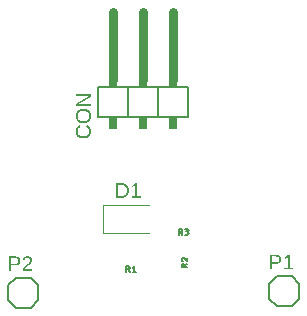
<source format=gbr>
G04 EAGLE Gerber RS-274X export*
G75*
%MOMM*%
%FSLAX34Y34*%
%LPD*%
%INSilkscreen Top*%
%IPPOS*%
%AMOC8*
5,1,8,0,0,1.08239X$1,22.5*%
G01*
G04 Define Apertures*
%ADD10C,0.152400*%
%ADD11C,0.762000*%
%ADD12R,0.762000X0.508000*%
%ADD13R,0.762000X1.016000*%
%ADD14C,0.120000*%
%ADD15C,0.127000*%
G36*
X117441Y172580D02*
X117905Y172614D01*
X118353Y172671D01*
X118786Y172750D01*
X119203Y172852D01*
X119606Y172977D01*
X119993Y173125D01*
X120365Y173295D01*
X120719Y173487D01*
X121052Y173700D01*
X121362Y173932D01*
X121652Y174185D01*
X121920Y174459D01*
X122166Y174753D01*
X122391Y175067D01*
X122594Y175402D01*
X122775Y175755D01*
X122932Y176124D01*
X123064Y176510D01*
X123173Y176911D01*
X123257Y177330D01*
X123317Y177764D01*
X123353Y178215D01*
X123365Y178682D01*
X123353Y179145D01*
X123316Y179592D01*
X123256Y180024D01*
X123170Y180440D01*
X123061Y180841D01*
X122927Y181226D01*
X122768Y181595D01*
X122586Y181949D01*
X122380Y182285D01*
X122154Y182600D01*
X121906Y182896D01*
X121638Y183172D01*
X121348Y183427D01*
X121037Y183662D01*
X120705Y183878D01*
X120352Y184073D01*
X119981Y184246D01*
X119595Y184396D01*
X119194Y184524D01*
X118778Y184628D01*
X118347Y184709D01*
X117900Y184767D01*
X117439Y184801D01*
X116963Y184813D01*
X116485Y184801D01*
X116023Y184767D01*
X115577Y184710D01*
X115147Y184630D01*
X114734Y184527D01*
X114337Y184401D01*
X113956Y184253D01*
X113591Y184081D01*
X113244Y183888D01*
X112919Y183675D01*
X112615Y183441D01*
X112333Y183187D01*
X112071Y182912D01*
X111831Y182617D01*
X111612Y182302D01*
X111414Y181966D01*
X111239Y181612D01*
X111087Y181243D01*
X110958Y180858D01*
X110853Y180458D01*
X110771Y180041D01*
X110712Y179610D01*
X110677Y179162D01*
X110665Y178699D01*
X110672Y178343D01*
X110691Y177997D01*
X110724Y177660D01*
X110770Y177334D01*
X110828Y177017D01*
X110900Y176710D01*
X110985Y176413D01*
X111082Y176126D01*
X111193Y175850D01*
X111317Y175582D01*
X111454Y175325D01*
X111604Y175078D01*
X111767Y174841D01*
X111943Y174614D01*
X112334Y174189D01*
X112771Y173809D01*
X113249Y173480D01*
X113503Y173334D01*
X113767Y173201D01*
X114041Y173081D01*
X114325Y172973D01*
X114620Y172878D01*
X114924Y172796D01*
X115239Y172727D01*
X115563Y172670D01*
X115898Y172625D01*
X116243Y172594D01*
X116598Y172575D01*
X116963Y172568D01*
X117441Y172580D01*
G37*
%LPC*%
G36*
X116394Y174286D02*
X115859Y174340D01*
X115355Y174430D01*
X114885Y174557D01*
X114447Y174719D01*
X114041Y174918D01*
X113668Y175153D01*
X113328Y175424D01*
X113024Y175728D01*
X112761Y176062D01*
X112538Y176426D01*
X112356Y176821D01*
X112214Y177245D01*
X112113Y177700D01*
X112052Y178184D01*
X112032Y178699D01*
X112052Y179210D01*
X112114Y179691D01*
X112216Y180142D01*
X112360Y180564D01*
X112545Y180956D01*
X112771Y181318D01*
X113038Y181650D01*
X113345Y181953D01*
X113689Y182223D01*
X114064Y182457D01*
X114470Y182655D01*
X114907Y182817D01*
X115374Y182943D01*
X115873Y183033D01*
X116402Y183087D01*
X116963Y183105D01*
X117548Y183087D01*
X118099Y183033D01*
X118616Y182944D01*
X119099Y182819D01*
X119548Y182658D01*
X119962Y182462D01*
X120343Y182230D01*
X120689Y181962D01*
X120998Y181661D01*
X121266Y181328D01*
X121493Y180965D01*
X121678Y180570D01*
X121822Y180145D01*
X121925Y179688D01*
X121987Y179201D01*
X122008Y178682D01*
X121986Y178177D01*
X121923Y177701D01*
X121816Y177252D01*
X121667Y176833D01*
X121476Y176441D01*
X121242Y176078D01*
X120965Y175743D01*
X120646Y175437D01*
X120290Y175163D01*
X119905Y174925D01*
X119489Y174724D01*
X119044Y174560D01*
X118569Y174432D01*
X118063Y174341D01*
X117528Y174286D01*
X116963Y174267D01*
X116394Y174286D01*
G37*
%LPD*%
G36*
X123190Y188617D02*
X114992Y188617D01*
X113529Y188573D01*
X112680Y188529D01*
X123190Y195133D01*
X123190Y197147D01*
X110849Y197147D01*
X110849Y195641D01*
X118942Y195641D01*
X119949Y195667D01*
X121430Y195746D01*
X110849Y189072D01*
X110849Y187128D01*
X123190Y187128D01*
X123190Y188617D01*
G37*
G36*
X117447Y159672D02*
X117915Y159706D01*
X118366Y159761D01*
X118801Y159839D01*
X119219Y159940D01*
X119621Y160062D01*
X120006Y160207D01*
X120374Y160375D01*
X120724Y160563D01*
X121053Y160772D01*
X121361Y161001D01*
X121649Y161251D01*
X121915Y161520D01*
X122161Y161810D01*
X122386Y162120D01*
X122590Y162450D01*
X122772Y162799D01*
X122929Y163163D01*
X123062Y163543D01*
X123171Y163938D01*
X123256Y164350D01*
X123317Y164777D01*
X123353Y165219D01*
X123365Y165678D01*
X123352Y166127D01*
X123313Y166561D01*
X123248Y166982D01*
X123157Y167389D01*
X123040Y167782D01*
X122897Y168162D01*
X122728Y168527D01*
X122533Y168879D01*
X122313Y169214D01*
X122069Y169530D01*
X121802Y169827D01*
X121511Y170104D01*
X121195Y170362D01*
X120856Y170601D01*
X120494Y170821D01*
X120107Y171021D01*
X119424Y169654D01*
X119735Y169486D01*
X120025Y169308D01*
X120296Y169120D01*
X120547Y168921D01*
X120777Y168713D01*
X120988Y168495D01*
X121178Y168266D01*
X121349Y168027D01*
X121499Y167779D01*
X121629Y167520D01*
X121739Y167251D01*
X121830Y166973D01*
X121900Y166684D01*
X121950Y166385D01*
X121980Y166076D01*
X121990Y165757D01*
X121969Y165264D01*
X121904Y164798D01*
X121796Y164357D01*
X121645Y163943D01*
X121451Y163555D01*
X121214Y163192D01*
X120934Y162857D01*
X120611Y162547D01*
X120252Y162269D01*
X119865Y162028D01*
X119451Y161824D01*
X119009Y161657D01*
X118539Y161527D01*
X118041Y161434D01*
X117516Y161379D01*
X116963Y161360D01*
X116404Y161378D01*
X115876Y161431D01*
X115379Y161520D01*
X114912Y161645D01*
X114476Y161805D01*
X114070Y162001D01*
X113695Y162232D01*
X113350Y162499D01*
X113041Y162798D01*
X112773Y163125D01*
X112547Y163481D01*
X112361Y163865D01*
X112217Y164278D01*
X112114Y164719D01*
X112052Y165189D01*
X112032Y165687D01*
X112041Y166007D01*
X112067Y166317D01*
X112112Y166616D01*
X112174Y166903D01*
X112254Y167179D01*
X112352Y167445D01*
X112468Y167699D01*
X112601Y167942D01*
X112751Y168172D01*
X112917Y168385D01*
X113099Y168582D01*
X113297Y168762D01*
X113511Y168926D01*
X113741Y169074D01*
X113986Y169206D01*
X114248Y169322D01*
X113722Y170907D01*
X113355Y170740D01*
X113011Y170552D01*
X112690Y170342D01*
X112393Y170110D01*
X112119Y169856D01*
X111868Y169580D01*
X111640Y169282D01*
X111436Y168962D01*
X111255Y168622D01*
X111099Y168261D01*
X110966Y167879D01*
X110858Y167478D01*
X110774Y167056D01*
X110713Y166614D01*
X110677Y166152D01*
X110665Y165669D01*
X110672Y165322D01*
X110691Y164983D01*
X110724Y164655D01*
X110770Y164336D01*
X110829Y164026D01*
X110901Y163726D01*
X110986Y163436D01*
X111084Y163156D01*
X111195Y162884D01*
X111319Y162623D01*
X111456Y162371D01*
X111606Y162129D01*
X111946Y161673D01*
X112338Y161255D01*
X112776Y160881D01*
X113255Y160558D01*
X113773Y160284D01*
X114047Y160165D01*
X114331Y160059D01*
X114625Y159966D01*
X114929Y159885D01*
X115243Y159817D01*
X115567Y159761D01*
X115901Y159717D01*
X116245Y159686D01*
X116599Y159667D01*
X116963Y159661D01*
X117447Y159672D01*
G37*
G36*
X149999Y109501D02*
X150426Y109537D01*
X150839Y109596D01*
X151240Y109679D01*
X151628Y109787D01*
X152002Y109918D01*
X152363Y110072D01*
X152712Y110251D01*
X153043Y110452D01*
X153356Y110674D01*
X153649Y110917D01*
X153922Y111180D01*
X154177Y111465D01*
X154411Y111771D01*
X154626Y112097D01*
X154822Y112445D01*
X154997Y112810D01*
X155148Y113191D01*
X155276Y113586D01*
X155381Y113996D01*
X155462Y114421D01*
X155520Y114862D01*
X155555Y115317D01*
X155567Y115786D01*
X155560Y116144D01*
X155540Y116490D01*
X155507Y116827D01*
X155460Y117153D01*
X155400Y117469D01*
X155327Y117774D01*
X155241Y118069D01*
X155141Y118354D01*
X155028Y118628D01*
X154901Y118892D01*
X154762Y119145D01*
X154609Y119389D01*
X154442Y119621D01*
X154263Y119844D01*
X154070Y120056D01*
X153863Y120258D01*
X153645Y120448D01*
X153415Y120626D01*
X153174Y120792D01*
X152922Y120945D01*
X152659Y121087D01*
X152384Y121216D01*
X152099Y121332D01*
X151802Y121437D01*
X151494Y121529D01*
X151174Y121609D01*
X150844Y121676D01*
X150502Y121732D01*
X150150Y121775D01*
X149786Y121805D01*
X149411Y121824D01*
X149024Y121830D01*
X144943Y121830D01*
X144943Y109489D01*
X149558Y109489D01*
X149999Y109501D01*
G37*
%LPC*%
G36*
X146616Y110829D02*
X146616Y120490D01*
X148989Y120490D01*
X149567Y120471D01*
X150110Y120414D01*
X150618Y120320D01*
X151090Y120189D01*
X151527Y120019D01*
X151930Y119812D01*
X152297Y119568D01*
X152628Y119285D01*
X152923Y118967D01*
X153178Y118615D01*
X153394Y118229D01*
X153571Y117809D01*
X153708Y117354D01*
X153807Y116866D01*
X153866Y116343D01*
X153885Y115786D01*
X153877Y115412D01*
X153851Y115050D01*
X153808Y114700D01*
X153747Y114363D01*
X153670Y114039D01*
X153575Y113727D01*
X153463Y113428D01*
X153333Y113141D01*
X153188Y112869D01*
X153028Y112614D01*
X152852Y112374D01*
X152662Y112152D01*
X152457Y111945D01*
X152237Y111755D01*
X152002Y111582D01*
X151752Y111425D01*
X151490Y111285D01*
X151217Y111164D01*
X150934Y111062D01*
X150641Y110978D01*
X150338Y110913D01*
X150024Y110866D01*
X149700Y110838D01*
X149366Y110829D01*
X146616Y110829D01*
G37*
%LPD*%
G36*
X165540Y110829D02*
X162536Y110829D01*
X162536Y121830D01*
X161082Y121830D01*
X158165Y119824D01*
X158165Y118335D01*
X160951Y120323D01*
X160951Y110829D01*
X157806Y110829D01*
X157806Y109489D01*
X165540Y109489D01*
X165540Y110829D01*
G37*
G36*
X276702Y53576D02*
X280328Y53576D01*
X280806Y53593D01*
X281258Y53641D01*
X281685Y53722D01*
X282086Y53835D01*
X282461Y53980D01*
X282811Y54158D01*
X283135Y54368D01*
X283433Y54610D01*
X283701Y54880D01*
X283933Y55172D01*
X284130Y55486D01*
X284291Y55823D01*
X284416Y56182D01*
X284505Y56564D01*
X284558Y56968D01*
X284576Y57395D01*
X284558Y57825D01*
X284505Y58230D01*
X284416Y58610D01*
X284292Y58965D01*
X284131Y59295D01*
X283936Y59601D01*
X283705Y59881D01*
X283438Y60137D01*
X283138Y60364D01*
X282810Y60562D01*
X282452Y60729D01*
X282065Y60866D01*
X281648Y60972D01*
X281203Y61048D01*
X280728Y61094D01*
X280223Y61109D01*
X275029Y61109D01*
X275029Y48768D01*
X276702Y48768D01*
X276702Y53576D01*
G37*
%LPC*%
G36*
X276702Y54899D02*
X276702Y59769D01*
X280022Y59769D01*
X280370Y59759D01*
X280695Y59731D01*
X280998Y59685D01*
X281279Y59619D01*
X281537Y59535D01*
X281772Y59432D01*
X281986Y59311D01*
X282176Y59171D01*
X282345Y59012D01*
X282491Y58835D01*
X282614Y58639D01*
X282715Y58424D01*
X282794Y58190D01*
X282850Y57938D01*
X282883Y57667D01*
X282895Y57378D01*
X282884Y57077D01*
X282851Y56797D01*
X282796Y56535D01*
X282719Y56293D01*
X282621Y56071D01*
X282500Y55867D01*
X282358Y55683D01*
X282194Y55519D01*
X282008Y55373D01*
X281800Y55248D01*
X281570Y55141D01*
X281318Y55054D01*
X281044Y54986D01*
X280749Y54938D01*
X280431Y54909D01*
X280092Y54899D01*
X276702Y54899D01*
G37*
%LPD*%
G36*
X294627Y50108D02*
X291623Y50108D01*
X291623Y61109D01*
X290169Y61109D01*
X287252Y59103D01*
X287252Y57614D01*
X290037Y59602D01*
X290037Y50108D01*
X286893Y50108D01*
X286893Y48768D01*
X294627Y48768D01*
X294627Y50108D01*
G37*
G36*
X55722Y52306D02*
X59348Y52306D01*
X59826Y52323D01*
X60278Y52371D01*
X60705Y52452D01*
X61106Y52565D01*
X61481Y52710D01*
X61831Y52888D01*
X62155Y53098D01*
X62453Y53340D01*
X62721Y53610D01*
X62953Y53902D01*
X63150Y54216D01*
X63311Y54553D01*
X63436Y54912D01*
X63525Y55294D01*
X63578Y55698D01*
X63596Y56125D01*
X63578Y56555D01*
X63525Y56960D01*
X63436Y57340D01*
X63312Y57695D01*
X63151Y58025D01*
X62956Y58331D01*
X62725Y58611D01*
X62458Y58867D01*
X62158Y59094D01*
X61830Y59292D01*
X61472Y59459D01*
X61085Y59596D01*
X60668Y59702D01*
X60223Y59778D01*
X59748Y59824D01*
X59243Y59839D01*
X54049Y59839D01*
X54049Y47498D01*
X55722Y47498D01*
X55722Y52306D01*
G37*
%LPC*%
G36*
X55722Y53629D02*
X55722Y58499D01*
X59042Y58499D01*
X59390Y58489D01*
X59715Y58461D01*
X60018Y58415D01*
X60299Y58349D01*
X60557Y58265D01*
X60792Y58162D01*
X61006Y58041D01*
X61196Y57901D01*
X61365Y57742D01*
X61511Y57565D01*
X61634Y57369D01*
X61735Y57154D01*
X61814Y56920D01*
X61870Y56668D01*
X61903Y56397D01*
X61915Y56108D01*
X61904Y55807D01*
X61871Y55527D01*
X61816Y55265D01*
X61739Y55023D01*
X61641Y54801D01*
X61520Y54597D01*
X61378Y54413D01*
X61214Y54249D01*
X61028Y54103D01*
X60820Y53978D01*
X60590Y53871D01*
X60338Y53784D01*
X60064Y53716D01*
X59769Y53668D01*
X59451Y53639D01*
X59112Y53629D01*
X55722Y53629D01*
G37*
%LPD*%
G36*
X73621Y48838D02*
X67183Y48838D01*
X67335Y49148D01*
X67529Y49463D01*
X67764Y49785D01*
X68041Y50112D01*
X68365Y50453D01*
X68740Y50814D01*
X69166Y51195D01*
X69644Y51597D01*
X70486Y52293D01*
X71179Y52891D01*
X71725Y53392D01*
X72123Y53795D01*
X72427Y54150D01*
X72691Y54505D01*
X72915Y54860D01*
X73099Y55214D01*
X73243Y55570D01*
X73346Y55926D01*
X73407Y56283D01*
X73428Y56642D01*
X73412Y57035D01*
X73365Y57406D01*
X73287Y57753D01*
X73177Y58077D01*
X73036Y58378D01*
X72864Y58656D01*
X72660Y58911D01*
X72425Y59142D01*
X72161Y59349D01*
X71870Y59528D01*
X71552Y59679D01*
X71207Y59803D01*
X70834Y59899D01*
X70436Y59968D01*
X70010Y60009D01*
X69557Y60023D01*
X69141Y60009D01*
X68746Y59968D01*
X68369Y59900D01*
X68012Y59804D01*
X67674Y59681D01*
X67355Y59530D01*
X67056Y59352D01*
X66776Y59147D01*
X66520Y58918D01*
X66292Y58671D01*
X66092Y58405D01*
X65921Y58120D01*
X65778Y57816D01*
X65663Y57493D01*
X65577Y57151D01*
X65519Y56791D01*
X67131Y56642D01*
X67167Y56882D01*
X67221Y57109D01*
X67292Y57322D01*
X67379Y57521D01*
X67483Y57706D01*
X67604Y57878D01*
X67742Y58035D01*
X67897Y58179D01*
X68066Y58307D01*
X68245Y58419D01*
X68436Y58513D01*
X68638Y58590D01*
X68851Y58649D01*
X69075Y58692D01*
X69310Y58718D01*
X69557Y58726D01*
X69814Y58718D01*
X70058Y58691D01*
X70286Y58648D01*
X70500Y58586D01*
X70700Y58507D01*
X70885Y58411D01*
X71056Y58297D01*
X71212Y58166D01*
X71352Y58019D01*
X71473Y57857D01*
X71575Y57681D01*
X71659Y57491D01*
X71724Y57287D01*
X71770Y57069D01*
X71798Y56836D01*
X71808Y56589D01*
X71786Y56223D01*
X71721Y55876D01*
X71613Y55548D01*
X71462Y55241D01*
X71275Y54946D01*
X71062Y54658D01*
X70822Y54377D01*
X70555Y54102D01*
X69961Y53559D01*
X69298Y53016D01*
X68599Y52450D01*
X67893Y51838D01*
X67542Y51511D01*
X67199Y51166D01*
X66865Y50802D01*
X66539Y50419D01*
X66230Y50012D01*
X65945Y49575D01*
X65685Y49108D01*
X65449Y48610D01*
X65449Y47498D01*
X73621Y47498D01*
X73621Y48838D01*
G37*
D10*
X129540Y177800D02*
X154940Y177800D01*
X154940Y203200D01*
X129540Y203200D01*
X129540Y177800D01*
D11*
X142240Y209550D02*
X142240Y266700D01*
D10*
X154940Y177800D02*
X180340Y177800D01*
X180340Y203200D01*
X154940Y203200D01*
D11*
X167640Y209550D02*
X167640Y266700D01*
D10*
X180340Y177800D02*
X205740Y177800D01*
X205740Y203200D01*
X180340Y203200D01*
D11*
X193040Y209550D02*
X193040Y266700D01*
D12*
X142240Y205740D03*
X167640Y205740D03*
X193040Y205740D03*
D13*
X142240Y172720D03*
X167640Y172720D03*
X193040Y172720D03*
D14*
X172210Y103139D02*
X133611Y103139D01*
X133611Y79741D01*
X172210Y79741D01*
D10*
X280670Y43180D02*
X293370Y43180D01*
X299720Y36830D01*
X299720Y24130D01*
X293370Y17780D01*
X274320Y24130D02*
X274320Y36830D01*
X280670Y43180D01*
X274320Y24130D02*
X280670Y17780D01*
X293370Y17780D01*
X72390Y41910D02*
X59690Y41910D01*
X72390Y41910D02*
X78740Y35560D01*
X78740Y22860D01*
X72390Y16510D01*
X53340Y22860D02*
X53340Y35560D01*
X59690Y41910D01*
X53340Y22860D02*
X59690Y16510D01*
X72390Y16510D01*
D15*
X153428Y46609D02*
X153428Y51435D01*
X154769Y51435D01*
X154840Y51433D01*
X154912Y51427D01*
X154982Y51418D01*
X155052Y51405D01*
X155122Y51388D01*
X155190Y51367D01*
X155257Y51343D01*
X155323Y51315D01*
X155387Y51284D01*
X155450Y51249D01*
X155510Y51211D01*
X155569Y51170D01*
X155625Y51126D01*
X155679Y51079D01*
X155730Y51030D01*
X155778Y50977D01*
X155824Y50922D01*
X155866Y50865D01*
X155906Y50805D01*
X155942Y50744D01*
X155975Y50680D01*
X156004Y50615D01*
X156030Y50549D01*
X156053Y50481D01*
X156072Y50412D01*
X156087Y50342D01*
X156098Y50272D01*
X156106Y50201D01*
X156110Y50130D01*
X156110Y50058D01*
X156106Y49987D01*
X156098Y49916D01*
X156087Y49846D01*
X156072Y49776D01*
X156053Y49707D01*
X156030Y49639D01*
X156004Y49573D01*
X155975Y49508D01*
X155942Y49444D01*
X155906Y49383D01*
X155866Y49323D01*
X155824Y49266D01*
X155778Y49211D01*
X155730Y49158D01*
X155679Y49109D01*
X155625Y49062D01*
X155569Y49018D01*
X155510Y48977D01*
X155450Y48939D01*
X155387Y48904D01*
X155323Y48873D01*
X155257Y48845D01*
X155190Y48821D01*
X155122Y48800D01*
X155052Y48783D01*
X154982Y48770D01*
X154912Y48761D01*
X154840Y48755D01*
X154769Y48753D01*
X154769Y48754D02*
X153428Y48754D01*
X155037Y48754D02*
X156109Y46609D01*
X158851Y50363D02*
X160191Y51435D01*
X160191Y46609D01*
X158851Y46609D02*
X161532Y46609D01*
X200279Y50558D02*
X205105Y50558D01*
X200279Y50558D02*
X200279Y51899D01*
X200281Y51970D01*
X200287Y52042D01*
X200296Y52112D01*
X200309Y52182D01*
X200326Y52252D01*
X200347Y52320D01*
X200371Y52387D01*
X200399Y52453D01*
X200430Y52517D01*
X200465Y52580D01*
X200503Y52640D01*
X200544Y52699D01*
X200588Y52755D01*
X200635Y52809D01*
X200684Y52860D01*
X200737Y52908D01*
X200792Y52954D01*
X200849Y52996D01*
X200909Y53036D01*
X200970Y53072D01*
X201034Y53105D01*
X201099Y53134D01*
X201165Y53160D01*
X201233Y53183D01*
X201302Y53202D01*
X201372Y53217D01*
X201442Y53228D01*
X201513Y53236D01*
X201584Y53240D01*
X201656Y53240D01*
X201727Y53236D01*
X201798Y53228D01*
X201868Y53217D01*
X201938Y53202D01*
X202007Y53183D01*
X202075Y53160D01*
X202141Y53134D01*
X202206Y53105D01*
X202270Y53072D01*
X202331Y53036D01*
X202391Y52996D01*
X202448Y52954D01*
X202503Y52908D01*
X202556Y52860D01*
X202605Y52809D01*
X202652Y52755D01*
X202696Y52699D01*
X202737Y52640D01*
X202775Y52580D01*
X202810Y52517D01*
X202841Y52453D01*
X202869Y52387D01*
X202893Y52320D01*
X202914Y52252D01*
X202931Y52182D01*
X202944Y52112D01*
X202953Y52042D01*
X202959Y51970D01*
X202961Y51899D01*
X202960Y51899D02*
X202960Y50558D01*
X202960Y52167D02*
X205105Y53239D01*
X200279Y57455D02*
X200281Y57523D01*
X200287Y57590D01*
X200296Y57657D01*
X200309Y57724D01*
X200326Y57789D01*
X200347Y57854D01*
X200371Y57917D01*
X200399Y57979D01*
X200430Y58039D01*
X200464Y58097D01*
X200502Y58153D01*
X200542Y58208D01*
X200586Y58259D01*
X200633Y58308D01*
X200682Y58355D01*
X200733Y58399D01*
X200788Y58439D01*
X200844Y58477D01*
X200902Y58511D01*
X200962Y58542D01*
X201024Y58570D01*
X201087Y58594D01*
X201152Y58615D01*
X201217Y58632D01*
X201284Y58645D01*
X201351Y58654D01*
X201418Y58660D01*
X201486Y58662D01*
X200279Y57455D02*
X200281Y57377D01*
X200287Y57299D01*
X200297Y57222D01*
X200310Y57145D01*
X200328Y57069D01*
X200349Y56994D01*
X200374Y56920D01*
X200403Y56848D01*
X200435Y56777D01*
X200471Y56708D01*
X200510Y56640D01*
X200553Y56575D01*
X200599Y56512D01*
X200648Y56451D01*
X200700Y56393D01*
X200755Y56338D01*
X200812Y56285D01*
X200872Y56236D01*
X200935Y56189D01*
X201000Y56146D01*
X201066Y56106D01*
X201135Y56069D01*
X201206Y56036D01*
X201278Y56006D01*
X201352Y55980D01*
X202424Y58260D02*
X202375Y58309D01*
X202323Y58356D01*
X202268Y58399D01*
X202211Y58440D01*
X202152Y58478D01*
X202091Y58512D01*
X202028Y58543D01*
X201964Y58571D01*
X201898Y58595D01*
X201832Y58615D01*
X201764Y58632D01*
X201695Y58645D01*
X201626Y58654D01*
X201556Y58660D01*
X201486Y58662D01*
X202424Y58260D02*
X205105Y55981D01*
X205105Y58662D01*
X197878Y78359D02*
X197878Y83185D01*
X199219Y83185D01*
X199290Y83183D01*
X199362Y83177D01*
X199432Y83168D01*
X199502Y83155D01*
X199572Y83138D01*
X199640Y83117D01*
X199707Y83093D01*
X199773Y83065D01*
X199837Y83034D01*
X199900Y82999D01*
X199960Y82961D01*
X200019Y82920D01*
X200075Y82876D01*
X200129Y82829D01*
X200180Y82780D01*
X200228Y82727D01*
X200274Y82672D01*
X200316Y82615D01*
X200356Y82555D01*
X200392Y82494D01*
X200425Y82430D01*
X200454Y82365D01*
X200480Y82299D01*
X200503Y82231D01*
X200522Y82162D01*
X200537Y82092D01*
X200548Y82022D01*
X200556Y81951D01*
X200560Y81880D01*
X200560Y81808D01*
X200556Y81737D01*
X200548Y81666D01*
X200537Y81596D01*
X200522Y81526D01*
X200503Y81457D01*
X200480Y81389D01*
X200454Y81323D01*
X200425Y81258D01*
X200392Y81194D01*
X200356Y81133D01*
X200316Y81073D01*
X200274Y81016D01*
X200228Y80961D01*
X200180Y80908D01*
X200129Y80859D01*
X200075Y80812D01*
X200019Y80768D01*
X199960Y80727D01*
X199900Y80689D01*
X199837Y80654D01*
X199773Y80623D01*
X199707Y80595D01*
X199640Y80571D01*
X199572Y80550D01*
X199502Y80533D01*
X199432Y80520D01*
X199362Y80511D01*
X199290Y80505D01*
X199219Y80503D01*
X199219Y80504D02*
X197878Y80504D01*
X199487Y80504D02*
X200559Y78359D01*
X203301Y78359D02*
X204641Y78359D01*
X204712Y78361D01*
X204784Y78367D01*
X204854Y78376D01*
X204924Y78389D01*
X204994Y78406D01*
X205062Y78427D01*
X205129Y78451D01*
X205195Y78479D01*
X205259Y78510D01*
X205322Y78545D01*
X205382Y78583D01*
X205441Y78624D01*
X205497Y78668D01*
X205551Y78715D01*
X205602Y78764D01*
X205650Y78817D01*
X205696Y78872D01*
X205738Y78929D01*
X205778Y78989D01*
X205814Y79050D01*
X205847Y79114D01*
X205876Y79179D01*
X205902Y79245D01*
X205925Y79313D01*
X205944Y79382D01*
X205959Y79452D01*
X205970Y79522D01*
X205978Y79593D01*
X205982Y79664D01*
X205982Y79736D01*
X205978Y79807D01*
X205970Y79878D01*
X205959Y79948D01*
X205944Y80018D01*
X205925Y80087D01*
X205902Y80155D01*
X205876Y80221D01*
X205847Y80286D01*
X205814Y80350D01*
X205778Y80411D01*
X205738Y80471D01*
X205696Y80528D01*
X205650Y80583D01*
X205602Y80636D01*
X205551Y80685D01*
X205497Y80732D01*
X205441Y80776D01*
X205382Y80817D01*
X205322Y80855D01*
X205259Y80890D01*
X205195Y80921D01*
X205129Y80949D01*
X205062Y80973D01*
X204994Y80994D01*
X204924Y81011D01*
X204854Y81024D01*
X204784Y81033D01*
X204712Y81039D01*
X204641Y81041D01*
X204909Y83185D02*
X203301Y83185D01*
X204909Y83185D02*
X204974Y83183D01*
X205038Y83177D01*
X205102Y83167D01*
X205166Y83154D01*
X205228Y83136D01*
X205289Y83115D01*
X205349Y83091D01*
X205407Y83062D01*
X205464Y83030D01*
X205518Y82995D01*
X205570Y82957D01*
X205620Y82915D01*
X205667Y82871D01*
X205711Y82824D01*
X205753Y82774D01*
X205791Y82722D01*
X205826Y82668D01*
X205858Y82611D01*
X205887Y82553D01*
X205911Y82493D01*
X205932Y82432D01*
X205950Y82370D01*
X205963Y82306D01*
X205973Y82242D01*
X205979Y82178D01*
X205981Y82113D01*
X205979Y82048D01*
X205973Y81984D01*
X205963Y81920D01*
X205950Y81856D01*
X205932Y81794D01*
X205911Y81733D01*
X205887Y81673D01*
X205858Y81615D01*
X205826Y81558D01*
X205791Y81504D01*
X205753Y81452D01*
X205711Y81402D01*
X205667Y81355D01*
X205620Y81311D01*
X205570Y81269D01*
X205518Y81231D01*
X205464Y81196D01*
X205407Y81164D01*
X205349Y81135D01*
X205289Y81111D01*
X205228Y81090D01*
X205166Y81072D01*
X205102Y81059D01*
X205038Y81049D01*
X204974Y81043D01*
X204909Y81041D01*
X204909Y81040D02*
X203837Y81040D01*
M02*

</source>
